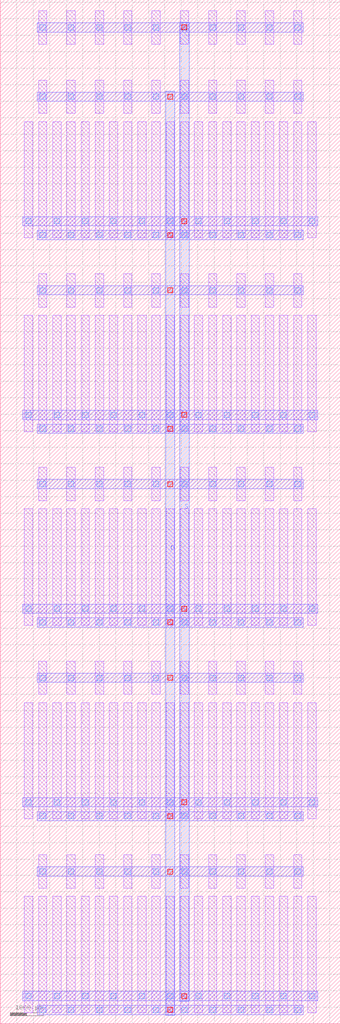
<source format=lef>
MACRO DCL_NMOS_S_38019457_X10_Y5
  UNITS 
    DATABASE MICRONS UNITS 1000;
  END UNITS 
  ORIGIN 0 0 ;
  FOREIGN DCL_NMOS_S_38019457_X10_Y5 0 0 ;
  SIZE 10320 BY 31080 ;
  PIN D
    DIRECTION INOUT ;
    USE SIGNAL ;
    PORT
      LAYER M3 ;
        RECT 5020 260 5300 28300 ;
    END
  END D
  PIN S
    DIRECTION INOUT ;
    USE SIGNAL ;
    PORT
      LAYER M3 ;
        RECT 5450 680 5730 30400 ;
    END
  END S
  OBS
    LAYER M1 ;
      RECT 1165 335 1415 3865 ;
    LAYER M1 ;
      RECT 1165 4115 1415 5125 ;
    LAYER M1 ;
      RECT 1165 6215 1415 9745 ;
    LAYER M1 ;
      RECT 1165 9995 1415 11005 ;
    LAYER M1 ;
      RECT 1165 12095 1415 15625 ;
    LAYER M1 ;
      RECT 1165 15875 1415 16885 ;
    LAYER M1 ;
      RECT 1165 17975 1415 21505 ;
    LAYER M1 ;
      RECT 1165 21755 1415 22765 ;
    LAYER M1 ;
      RECT 1165 23855 1415 27385 ;
    LAYER M1 ;
      RECT 1165 27635 1415 28645 ;
    LAYER M1 ;
      RECT 1165 29735 1415 30745 ;
    LAYER M1 ;
      RECT 735 335 985 3865 ;
    LAYER M1 ;
      RECT 735 6215 985 9745 ;
    LAYER M1 ;
      RECT 735 12095 985 15625 ;
    LAYER M1 ;
      RECT 735 17975 985 21505 ;
    LAYER M1 ;
      RECT 735 23855 985 27385 ;
    LAYER M1 ;
      RECT 1595 335 1845 3865 ;
    LAYER M1 ;
      RECT 1595 6215 1845 9745 ;
    LAYER M1 ;
      RECT 1595 12095 1845 15625 ;
    LAYER M1 ;
      RECT 1595 17975 1845 21505 ;
    LAYER M1 ;
      RECT 1595 23855 1845 27385 ;
    LAYER M1 ;
      RECT 2025 335 2275 3865 ;
    LAYER M1 ;
      RECT 2025 4115 2275 5125 ;
    LAYER M1 ;
      RECT 2025 6215 2275 9745 ;
    LAYER M1 ;
      RECT 2025 9995 2275 11005 ;
    LAYER M1 ;
      RECT 2025 12095 2275 15625 ;
    LAYER M1 ;
      RECT 2025 15875 2275 16885 ;
    LAYER M1 ;
      RECT 2025 17975 2275 21505 ;
    LAYER M1 ;
      RECT 2025 21755 2275 22765 ;
    LAYER M1 ;
      RECT 2025 23855 2275 27385 ;
    LAYER M1 ;
      RECT 2025 27635 2275 28645 ;
    LAYER M1 ;
      RECT 2025 29735 2275 30745 ;
    LAYER M1 ;
      RECT 2455 335 2705 3865 ;
    LAYER M1 ;
      RECT 2455 6215 2705 9745 ;
    LAYER M1 ;
      RECT 2455 12095 2705 15625 ;
    LAYER M1 ;
      RECT 2455 17975 2705 21505 ;
    LAYER M1 ;
      RECT 2455 23855 2705 27385 ;
    LAYER M1 ;
      RECT 2885 335 3135 3865 ;
    LAYER M1 ;
      RECT 2885 4115 3135 5125 ;
    LAYER M1 ;
      RECT 2885 6215 3135 9745 ;
    LAYER M1 ;
      RECT 2885 9995 3135 11005 ;
    LAYER M1 ;
      RECT 2885 12095 3135 15625 ;
    LAYER M1 ;
      RECT 2885 15875 3135 16885 ;
    LAYER M1 ;
      RECT 2885 17975 3135 21505 ;
    LAYER M1 ;
      RECT 2885 21755 3135 22765 ;
    LAYER M1 ;
      RECT 2885 23855 3135 27385 ;
    LAYER M1 ;
      RECT 2885 27635 3135 28645 ;
    LAYER M1 ;
      RECT 2885 29735 3135 30745 ;
    LAYER M1 ;
      RECT 3315 335 3565 3865 ;
    LAYER M1 ;
      RECT 3315 6215 3565 9745 ;
    LAYER M1 ;
      RECT 3315 12095 3565 15625 ;
    LAYER M1 ;
      RECT 3315 17975 3565 21505 ;
    LAYER M1 ;
      RECT 3315 23855 3565 27385 ;
    LAYER M1 ;
      RECT 3745 335 3995 3865 ;
    LAYER M1 ;
      RECT 3745 4115 3995 5125 ;
    LAYER M1 ;
      RECT 3745 6215 3995 9745 ;
    LAYER M1 ;
      RECT 3745 9995 3995 11005 ;
    LAYER M1 ;
      RECT 3745 12095 3995 15625 ;
    LAYER M1 ;
      RECT 3745 15875 3995 16885 ;
    LAYER M1 ;
      RECT 3745 17975 3995 21505 ;
    LAYER M1 ;
      RECT 3745 21755 3995 22765 ;
    LAYER M1 ;
      RECT 3745 23855 3995 27385 ;
    LAYER M1 ;
      RECT 3745 27635 3995 28645 ;
    LAYER M1 ;
      RECT 3745 29735 3995 30745 ;
    LAYER M1 ;
      RECT 4175 335 4425 3865 ;
    LAYER M1 ;
      RECT 4175 6215 4425 9745 ;
    LAYER M1 ;
      RECT 4175 12095 4425 15625 ;
    LAYER M1 ;
      RECT 4175 17975 4425 21505 ;
    LAYER M1 ;
      RECT 4175 23855 4425 27385 ;
    LAYER M1 ;
      RECT 4605 335 4855 3865 ;
    LAYER M1 ;
      RECT 4605 4115 4855 5125 ;
    LAYER M1 ;
      RECT 4605 6215 4855 9745 ;
    LAYER M1 ;
      RECT 4605 9995 4855 11005 ;
    LAYER M1 ;
      RECT 4605 12095 4855 15625 ;
    LAYER M1 ;
      RECT 4605 15875 4855 16885 ;
    LAYER M1 ;
      RECT 4605 17975 4855 21505 ;
    LAYER M1 ;
      RECT 4605 21755 4855 22765 ;
    LAYER M1 ;
      RECT 4605 23855 4855 27385 ;
    LAYER M1 ;
      RECT 4605 27635 4855 28645 ;
    LAYER M1 ;
      RECT 4605 29735 4855 30745 ;
    LAYER M1 ;
      RECT 5035 335 5285 3865 ;
    LAYER M1 ;
      RECT 5035 6215 5285 9745 ;
    LAYER M1 ;
      RECT 5035 12095 5285 15625 ;
    LAYER M1 ;
      RECT 5035 17975 5285 21505 ;
    LAYER M1 ;
      RECT 5035 23855 5285 27385 ;
    LAYER M1 ;
      RECT 5465 335 5715 3865 ;
    LAYER M1 ;
      RECT 5465 4115 5715 5125 ;
    LAYER M1 ;
      RECT 5465 6215 5715 9745 ;
    LAYER M1 ;
      RECT 5465 9995 5715 11005 ;
    LAYER M1 ;
      RECT 5465 12095 5715 15625 ;
    LAYER M1 ;
      RECT 5465 15875 5715 16885 ;
    LAYER M1 ;
      RECT 5465 17975 5715 21505 ;
    LAYER M1 ;
      RECT 5465 21755 5715 22765 ;
    LAYER M1 ;
      RECT 5465 23855 5715 27385 ;
    LAYER M1 ;
      RECT 5465 27635 5715 28645 ;
    LAYER M1 ;
      RECT 5465 29735 5715 30745 ;
    LAYER M1 ;
      RECT 5895 335 6145 3865 ;
    LAYER M1 ;
      RECT 5895 6215 6145 9745 ;
    LAYER M1 ;
      RECT 5895 12095 6145 15625 ;
    LAYER M1 ;
      RECT 5895 17975 6145 21505 ;
    LAYER M1 ;
      RECT 5895 23855 6145 27385 ;
    LAYER M1 ;
      RECT 6325 335 6575 3865 ;
    LAYER M1 ;
      RECT 6325 4115 6575 5125 ;
    LAYER M1 ;
      RECT 6325 6215 6575 9745 ;
    LAYER M1 ;
      RECT 6325 9995 6575 11005 ;
    LAYER M1 ;
      RECT 6325 12095 6575 15625 ;
    LAYER M1 ;
      RECT 6325 15875 6575 16885 ;
    LAYER M1 ;
      RECT 6325 17975 6575 21505 ;
    LAYER M1 ;
      RECT 6325 21755 6575 22765 ;
    LAYER M1 ;
      RECT 6325 23855 6575 27385 ;
    LAYER M1 ;
      RECT 6325 27635 6575 28645 ;
    LAYER M1 ;
      RECT 6325 29735 6575 30745 ;
    LAYER M1 ;
      RECT 6755 335 7005 3865 ;
    LAYER M1 ;
      RECT 6755 6215 7005 9745 ;
    LAYER M1 ;
      RECT 6755 12095 7005 15625 ;
    LAYER M1 ;
      RECT 6755 17975 7005 21505 ;
    LAYER M1 ;
      RECT 6755 23855 7005 27385 ;
    LAYER M1 ;
      RECT 7185 335 7435 3865 ;
    LAYER M1 ;
      RECT 7185 4115 7435 5125 ;
    LAYER M1 ;
      RECT 7185 6215 7435 9745 ;
    LAYER M1 ;
      RECT 7185 9995 7435 11005 ;
    LAYER M1 ;
      RECT 7185 12095 7435 15625 ;
    LAYER M1 ;
      RECT 7185 15875 7435 16885 ;
    LAYER M1 ;
      RECT 7185 17975 7435 21505 ;
    LAYER M1 ;
      RECT 7185 21755 7435 22765 ;
    LAYER M1 ;
      RECT 7185 23855 7435 27385 ;
    LAYER M1 ;
      RECT 7185 27635 7435 28645 ;
    LAYER M1 ;
      RECT 7185 29735 7435 30745 ;
    LAYER M1 ;
      RECT 7615 335 7865 3865 ;
    LAYER M1 ;
      RECT 7615 6215 7865 9745 ;
    LAYER M1 ;
      RECT 7615 12095 7865 15625 ;
    LAYER M1 ;
      RECT 7615 17975 7865 21505 ;
    LAYER M1 ;
      RECT 7615 23855 7865 27385 ;
    LAYER M1 ;
      RECT 8045 335 8295 3865 ;
    LAYER M1 ;
      RECT 8045 4115 8295 5125 ;
    LAYER M1 ;
      RECT 8045 6215 8295 9745 ;
    LAYER M1 ;
      RECT 8045 9995 8295 11005 ;
    LAYER M1 ;
      RECT 8045 12095 8295 15625 ;
    LAYER M1 ;
      RECT 8045 15875 8295 16885 ;
    LAYER M1 ;
      RECT 8045 17975 8295 21505 ;
    LAYER M1 ;
      RECT 8045 21755 8295 22765 ;
    LAYER M1 ;
      RECT 8045 23855 8295 27385 ;
    LAYER M1 ;
      RECT 8045 27635 8295 28645 ;
    LAYER M1 ;
      RECT 8045 29735 8295 30745 ;
    LAYER M1 ;
      RECT 8475 335 8725 3865 ;
    LAYER M1 ;
      RECT 8475 6215 8725 9745 ;
    LAYER M1 ;
      RECT 8475 12095 8725 15625 ;
    LAYER M1 ;
      RECT 8475 17975 8725 21505 ;
    LAYER M1 ;
      RECT 8475 23855 8725 27385 ;
    LAYER M1 ;
      RECT 8905 335 9155 3865 ;
    LAYER M1 ;
      RECT 8905 4115 9155 5125 ;
    LAYER M1 ;
      RECT 8905 6215 9155 9745 ;
    LAYER M1 ;
      RECT 8905 9995 9155 11005 ;
    LAYER M1 ;
      RECT 8905 12095 9155 15625 ;
    LAYER M1 ;
      RECT 8905 15875 9155 16885 ;
    LAYER M1 ;
      RECT 8905 17975 9155 21505 ;
    LAYER M1 ;
      RECT 8905 21755 9155 22765 ;
    LAYER M1 ;
      RECT 8905 23855 9155 27385 ;
    LAYER M1 ;
      RECT 8905 27635 9155 28645 ;
    LAYER M1 ;
      RECT 8905 29735 9155 30745 ;
    LAYER M1 ;
      RECT 9335 335 9585 3865 ;
    LAYER M1 ;
      RECT 9335 6215 9585 9745 ;
    LAYER M1 ;
      RECT 9335 12095 9585 15625 ;
    LAYER M1 ;
      RECT 9335 17975 9585 21505 ;
    LAYER M1 ;
      RECT 9335 23855 9585 27385 ;
    LAYER M2 ;
      RECT 1120 4480 9200 4760 ;
    LAYER M2 ;
      RECT 1120 280 9200 560 ;
    LAYER M2 ;
      RECT 690 700 9630 980 ;
    LAYER M2 ;
      RECT 1120 10360 9200 10640 ;
    LAYER M2 ;
      RECT 1120 6160 9200 6440 ;
    LAYER M2 ;
      RECT 690 6580 9630 6860 ;
    LAYER M2 ;
      RECT 1120 16240 9200 16520 ;
    LAYER M2 ;
      RECT 1120 12040 9200 12320 ;
    LAYER M2 ;
      RECT 690 12460 9630 12740 ;
    LAYER M2 ;
      RECT 1120 22120 9200 22400 ;
    LAYER M2 ;
      RECT 1120 17920 9200 18200 ;
    LAYER M2 ;
      RECT 690 18340 9630 18620 ;
    LAYER M2 ;
      RECT 1120 28000 9200 28280 ;
    LAYER M2 ;
      RECT 1120 23800 9200 24080 ;
    LAYER M2 ;
      RECT 1120 30100 9200 30380 ;
    LAYER M2 ;
      RECT 690 24220 9630 24500 ;
    LAYER V1 ;
      RECT 1205 335 1375 505 ;
    LAYER V1 ;
      RECT 1205 4535 1375 4705 ;
    LAYER V1 ;
      RECT 1205 6215 1375 6385 ;
    LAYER V1 ;
      RECT 1205 10415 1375 10585 ;
    LAYER V1 ;
      RECT 1205 12095 1375 12265 ;
    LAYER V1 ;
      RECT 1205 16295 1375 16465 ;
    LAYER V1 ;
      RECT 1205 17975 1375 18145 ;
    LAYER V1 ;
      RECT 1205 22175 1375 22345 ;
    LAYER V1 ;
      RECT 1205 23855 1375 24025 ;
    LAYER V1 ;
      RECT 1205 28055 1375 28225 ;
    LAYER V1 ;
      RECT 1205 30155 1375 30325 ;
    LAYER V1 ;
      RECT 2065 335 2235 505 ;
    LAYER V1 ;
      RECT 2065 4535 2235 4705 ;
    LAYER V1 ;
      RECT 2065 6215 2235 6385 ;
    LAYER V1 ;
      RECT 2065 10415 2235 10585 ;
    LAYER V1 ;
      RECT 2065 12095 2235 12265 ;
    LAYER V1 ;
      RECT 2065 16295 2235 16465 ;
    LAYER V1 ;
      RECT 2065 17975 2235 18145 ;
    LAYER V1 ;
      RECT 2065 22175 2235 22345 ;
    LAYER V1 ;
      RECT 2065 23855 2235 24025 ;
    LAYER V1 ;
      RECT 2065 28055 2235 28225 ;
    LAYER V1 ;
      RECT 2065 30155 2235 30325 ;
    LAYER V1 ;
      RECT 2925 335 3095 505 ;
    LAYER V1 ;
      RECT 2925 4535 3095 4705 ;
    LAYER V1 ;
      RECT 2925 6215 3095 6385 ;
    LAYER V1 ;
      RECT 2925 10415 3095 10585 ;
    LAYER V1 ;
      RECT 2925 12095 3095 12265 ;
    LAYER V1 ;
      RECT 2925 16295 3095 16465 ;
    LAYER V1 ;
      RECT 2925 17975 3095 18145 ;
    LAYER V1 ;
      RECT 2925 22175 3095 22345 ;
    LAYER V1 ;
      RECT 2925 23855 3095 24025 ;
    LAYER V1 ;
      RECT 2925 28055 3095 28225 ;
    LAYER V1 ;
      RECT 2925 30155 3095 30325 ;
    LAYER V1 ;
      RECT 3785 335 3955 505 ;
    LAYER V1 ;
      RECT 3785 4535 3955 4705 ;
    LAYER V1 ;
      RECT 3785 6215 3955 6385 ;
    LAYER V1 ;
      RECT 3785 10415 3955 10585 ;
    LAYER V1 ;
      RECT 3785 12095 3955 12265 ;
    LAYER V1 ;
      RECT 3785 16295 3955 16465 ;
    LAYER V1 ;
      RECT 3785 17975 3955 18145 ;
    LAYER V1 ;
      RECT 3785 22175 3955 22345 ;
    LAYER V1 ;
      RECT 3785 23855 3955 24025 ;
    LAYER V1 ;
      RECT 3785 28055 3955 28225 ;
    LAYER V1 ;
      RECT 3785 30155 3955 30325 ;
    LAYER V1 ;
      RECT 4645 335 4815 505 ;
    LAYER V1 ;
      RECT 4645 4535 4815 4705 ;
    LAYER V1 ;
      RECT 4645 6215 4815 6385 ;
    LAYER V1 ;
      RECT 4645 10415 4815 10585 ;
    LAYER V1 ;
      RECT 4645 12095 4815 12265 ;
    LAYER V1 ;
      RECT 4645 16295 4815 16465 ;
    LAYER V1 ;
      RECT 4645 17975 4815 18145 ;
    LAYER V1 ;
      RECT 4645 22175 4815 22345 ;
    LAYER V1 ;
      RECT 4645 23855 4815 24025 ;
    LAYER V1 ;
      RECT 4645 28055 4815 28225 ;
    LAYER V1 ;
      RECT 4645 30155 4815 30325 ;
    LAYER V1 ;
      RECT 5505 335 5675 505 ;
    LAYER V1 ;
      RECT 5505 4535 5675 4705 ;
    LAYER V1 ;
      RECT 5505 6215 5675 6385 ;
    LAYER V1 ;
      RECT 5505 10415 5675 10585 ;
    LAYER V1 ;
      RECT 5505 12095 5675 12265 ;
    LAYER V1 ;
      RECT 5505 16295 5675 16465 ;
    LAYER V1 ;
      RECT 5505 17975 5675 18145 ;
    LAYER V1 ;
      RECT 5505 22175 5675 22345 ;
    LAYER V1 ;
      RECT 5505 23855 5675 24025 ;
    LAYER V1 ;
      RECT 5505 28055 5675 28225 ;
    LAYER V1 ;
      RECT 5505 30155 5675 30325 ;
    LAYER V1 ;
      RECT 6365 335 6535 505 ;
    LAYER V1 ;
      RECT 6365 4535 6535 4705 ;
    LAYER V1 ;
      RECT 6365 6215 6535 6385 ;
    LAYER V1 ;
      RECT 6365 10415 6535 10585 ;
    LAYER V1 ;
      RECT 6365 12095 6535 12265 ;
    LAYER V1 ;
      RECT 6365 16295 6535 16465 ;
    LAYER V1 ;
      RECT 6365 17975 6535 18145 ;
    LAYER V1 ;
      RECT 6365 22175 6535 22345 ;
    LAYER V1 ;
      RECT 6365 23855 6535 24025 ;
    LAYER V1 ;
      RECT 6365 28055 6535 28225 ;
    LAYER V1 ;
      RECT 6365 30155 6535 30325 ;
    LAYER V1 ;
      RECT 7225 335 7395 505 ;
    LAYER V1 ;
      RECT 7225 4535 7395 4705 ;
    LAYER V1 ;
      RECT 7225 6215 7395 6385 ;
    LAYER V1 ;
      RECT 7225 10415 7395 10585 ;
    LAYER V1 ;
      RECT 7225 12095 7395 12265 ;
    LAYER V1 ;
      RECT 7225 16295 7395 16465 ;
    LAYER V1 ;
      RECT 7225 17975 7395 18145 ;
    LAYER V1 ;
      RECT 7225 22175 7395 22345 ;
    LAYER V1 ;
      RECT 7225 23855 7395 24025 ;
    LAYER V1 ;
      RECT 7225 28055 7395 28225 ;
    LAYER V1 ;
      RECT 7225 30155 7395 30325 ;
    LAYER V1 ;
      RECT 8085 335 8255 505 ;
    LAYER V1 ;
      RECT 8085 4535 8255 4705 ;
    LAYER V1 ;
      RECT 8085 6215 8255 6385 ;
    LAYER V1 ;
      RECT 8085 10415 8255 10585 ;
    LAYER V1 ;
      RECT 8085 12095 8255 12265 ;
    LAYER V1 ;
      RECT 8085 16295 8255 16465 ;
    LAYER V1 ;
      RECT 8085 17975 8255 18145 ;
    LAYER V1 ;
      RECT 8085 22175 8255 22345 ;
    LAYER V1 ;
      RECT 8085 23855 8255 24025 ;
    LAYER V1 ;
      RECT 8085 28055 8255 28225 ;
    LAYER V1 ;
      RECT 8085 30155 8255 30325 ;
    LAYER V1 ;
      RECT 8945 335 9115 505 ;
    LAYER V1 ;
      RECT 8945 4535 9115 4705 ;
    LAYER V1 ;
      RECT 8945 6215 9115 6385 ;
    LAYER V1 ;
      RECT 8945 10415 9115 10585 ;
    LAYER V1 ;
      RECT 8945 12095 9115 12265 ;
    LAYER V1 ;
      RECT 8945 16295 9115 16465 ;
    LAYER V1 ;
      RECT 8945 17975 9115 18145 ;
    LAYER V1 ;
      RECT 8945 22175 9115 22345 ;
    LAYER V1 ;
      RECT 8945 23855 9115 24025 ;
    LAYER V1 ;
      RECT 8945 28055 9115 28225 ;
    LAYER V1 ;
      RECT 8945 30155 9115 30325 ;
    LAYER V1 ;
      RECT 775 755 945 925 ;
    LAYER V1 ;
      RECT 775 6635 945 6805 ;
    LAYER V1 ;
      RECT 775 12515 945 12685 ;
    LAYER V1 ;
      RECT 775 18395 945 18565 ;
    LAYER V1 ;
      RECT 775 24275 945 24445 ;
    LAYER V1 ;
      RECT 1635 755 1805 925 ;
    LAYER V1 ;
      RECT 1635 6635 1805 6805 ;
    LAYER V1 ;
      RECT 1635 12515 1805 12685 ;
    LAYER V1 ;
      RECT 1635 18395 1805 18565 ;
    LAYER V1 ;
      RECT 1635 24275 1805 24445 ;
    LAYER V1 ;
      RECT 2495 755 2665 925 ;
    LAYER V1 ;
      RECT 2495 6635 2665 6805 ;
    LAYER V1 ;
      RECT 2495 12515 2665 12685 ;
    LAYER V1 ;
      RECT 2495 18395 2665 18565 ;
    LAYER V1 ;
      RECT 2495 24275 2665 24445 ;
    LAYER V1 ;
      RECT 3355 755 3525 925 ;
    LAYER V1 ;
      RECT 3355 6635 3525 6805 ;
    LAYER V1 ;
      RECT 3355 12515 3525 12685 ;
    LAYER V1 ;
      RECT 3355 18395 3525 18565 ;
    LAYER V1 ;
      RECT 3355 24275 3525 24445 ;
    LAYER V1 ;
      RECT 4215 755 4385 925 ;
    LAYER V1 ;
      RECT 4215 6635 4385 6805 ;
    LAYER V1 ;
      RECT 4215 12515 4385 12685 ;
    LAYER V1 ;
      RECT 4215 18395 4385 18565 ;
    LAYER V1 ;
      RECT 4215 24275 4385 24445 ;
    LAYER V1 ;
      RECT 5075 755 5245 925 ;
    LAYER V1 ;
      RECT 5075 6635 5245 6805 ;
    LAYER V1 ;
      RECT 5075 12515 5245 12685 ;
    LAYER V1 ;
      RECT 5075 18395 5245 18565 ;
    LAYER V1 ;
      RECT 5075 24275 5245 24445 ;
    LAYER V1 ;
      RECT 5935 755 6105 925 ;
    LAYER V1 ;
      RECT 5935 6635 6105 6805 ;
    LAYER V1 ;
      RECT 5935 12515 6105 12685 ;
    LAYER V1 ;
      RECT 5935 18395 6105 18565 ;
    LAYER V1 ;
      RECT 5935 24275 6105 24445 ;
    LAYER V1 ;
      RECT 6795 755 6965 925 ;
    LAYER V1 ;
      RECT 6795 6635 6965 6805 ;
    LAYER V1 ;
      RECT 6795 12515 6965 12685 ;
    LAYER V1 ;
      RECT 6795 18395 6965 18565 ;
    LAYER V1 ;
      RECT 6795 24275 6965 24445 ;
    LAYER V1 ;
      RECT 7655 755 7825 925 ;
    LAYER V1 ;
      RECT 7655 6635 7825 6805 ;
    LAYER V1 ;
      RECT 7655 12515 7825 12685 ;
    LAYER V1 ;
      RECT 7655 18395 7825 18565 ;
    LAYER V1 ;
      RECT 7655 24275 7825 24445 ;
    LAYER V1 ;
      RECT 8515 755 8685 925 ;
    LAYER V1 ;
      RECT 8515 6635 8685 6805 ;
    LAYER V1 ;
      RECT 8515 12515 8685 12685 ;
    LAYER V1 ;
      RECT 8515 18395 8685 18565 ;
    LAYER V1 ;
      RECT 8515 24275 8685 24445 ;
    LAYER V1 ;
      RECT 9375 755 9545 925 ;
    LAYER V1 ;
      RECT 9375 6635 9545 6805 ;
    LAYER V1 ;
      RECT 9375 12515 9545 12685 ;
    LAYER V1 ;
      RECT 9375 18395 9545 18565 ;
    LAYER V1 ;
      RECT 9375 24275 9545 24445 ;
    LAYER V2 ;
      RECT 5085 345 5235 495 ;
    LAYER V2 ;
      RECT 5085 4545 5235 4695 ;
    LAYER V2 ;
      RECT 5085 6225 5235 6375 ;
    LAYER V2 ;
      RECT 5085 10425 5235 10575 ;
    LAYER V2 ;
      RECT 5085 12105 5235 12255 ;
    LAYER V2 ;
      RECT 5085 16305 5235 16455 ;
    LAYER V2 ;
      RECT 5085 17985 5235 18135 ;
    LAYER V2 ;
      RECT 5085 22185 5235 22335 ;
    LAYER V2 ;
      RECT 5085 23865 5235 24015 ;
    LAYER V2 ;
      RECT 5085 28065 5235 28215 ;
    LAYER V2 ;
      RECT 5515 765 5665 915 ;
    LAYER V2 ;
      RECT 5515 6645 5665 6795 ;
    LAYER V2 ;
      RECT 5515 12525 5665 12675 ;
    LAYER V2 ;
      RECT 5515 18405 5665 18555 ;
    LAYER V2 ;
      RECT 5515 24285 5665 24435 ;
    LAYER V2 ;
      RECT 5515 30165 5665 30315 ;
  END
END DCL_NMOS_S_38019457_X10_Y5

</source>
